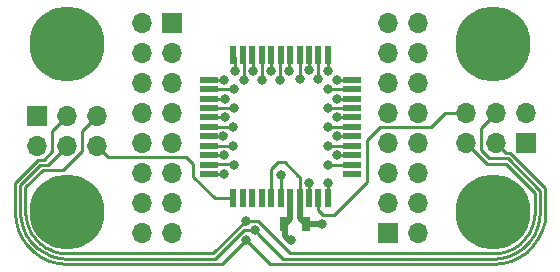
<source format=gbr>
G04 #@! TF.GenerationSoftware,KiCad,Pcbnew,(5.0.1-3-g963ef8bb5)*
G04 #@! TF.CreationDate,2019-05-10T17:58:09-07:00*
G04 #@! TF.ProjectId,NixieDriver,4E697869654472697665722E6B696361,rev?*
G04 #@! TF.SameCoordinates,Original*
G04 #@! TF.FileFunction,Copper,L1,Top,Signal*
G04 #@! TF.FilePolarity,Positive*
%FSLAX46Y46*%
G04 Gerber Fmt 4.6, Leading zero omitted, Abs format (unit mm)*
G04 Created by KiCad (PCBNEW (5.0.1-3-g963ef8bb5)) date Friday, May 10, 2019 at 05:58:09 PM*
%MOMM*%
%LPD*%
G01*
G04 APERTURE LIST*
G04 #@! TA.AperFunction,SMDPad,CuDef*
%ADD10R,0.797560X1.198880*%
G04 #@! TD*
G04 #@! TA.AperFunction,SMDPad,CuDef*
%ADD11R,0.520000X1.500000*%
G04 #@! TD*
G04 #@! TA.AperFunction,SMDPad,CuDef*
%ADD12R,1.500000X0.520000*%
G04 #@! TD*
G04 #@! TA.AperFunction,ComponentPad*
%ADD13O,1.700000X1.700000*%
G04 #@! TD*
G04 #@! TA.AperFunction,ComponentPad*
%ADD14R,1.700000X1.700000*%
G04 #@! TD*
G04 #@! TA.AperFunction,ComponentPad*
%ADD15C,6.350000*%
G04 #@! TD*
G04 #@! TA.AperFunction,ViaPad*
%ADD16C,0.800000*%
G04 #@! TD*
G04 #@! TA.AperFunction,Conductor*
%ADD17C,0.250000*%
G04 #@! TD*
G04 #@! TA.AperFunction,Conductor*
%ADD18C,0.500000*%
G04 #@! TD*
G04 APERTURE END LIST*
D10*
G04 #@! TO.P,C1,1*
G04 #@! TO.N,+12V*
X126629160Y-102108000D03*
G04 #@! TO.P,C1,2*
G04 #@! TO.N,GND*
X124830840Y-102108000D03*
G04 #@! TD*
D11*
G04 #@! TO.P,U1,1*
G04 #@! TO.N,Net-(J4-Pad11)*
X128506000Y-87854000D03*
G04 #@! TO.P,U1,2*
G04 #@! TO.N,Net-(J4-Pad12)*
X127706000Y-87854000D03*
G04 #@! TO.P,U1,3*
G04 #@! TO.N,Net-(J4-Pad13)*
X126906000Y-87854000D03*
G04 #@! TO.P,U1,4*
G04 #@! TO.N,Net-(J4-Pad14)*
X126106000Y-87854000D03*
G04 #@! TO.P,U1,5*
G04 #@! TO.N,Net-(J4-Pad15)*
X125306000Y-87854000D03*
G04 #@! TO.P,U1,6*
G04 #@! TO.N,Net-(J4-Pad16)*
X124506000Y-87854000D03*
G04 #@! TO.P,U1,7*
G04 #@! TO.N,Net-(J1-Pad1)*
X123706000Y-87854000D03*
G04 #@! TO.P,U1,8*
G04 #@! TO.N,Net-(J1-Pad2)*
X122906000Y-87854000D03*
G04 #@! TO.P,U1,9*
G04 #@! TO.N,Net-(J1-Pad3)*
X122106000Y-87854000D03*
G04 #@! TO.P,U1,10*
G04 #@! TO.N,Net-(J1-Pad4)*
X121306000Y-87854000D03*
G04 #@! TO.P,U1,11*
G04 #@! TO.N,Net-(J1-Pad5)*
X120506000Y-87854000D03*
D12*
G04 #@! TO.P,U1,12*
G04 #@! TO.N,Net-(J1-Pad6)*
X118456000Y-89904000D03*
G04 #@! TO.P,U1,13*
G04 #@! TO.N,Net-(J1-Pad7)*
X118456000Y-90704000D03*
G04 #@! TO.P,U1,14*
G04 #@! TO.N,Net-(J1-Pad8)*
X118456000Y-91504000D03*
G04 #@! TO.P,U1,15*
G04 #@! TO.N,Net-(J1-Pad9)*
X118456000Y-92304000D03*
G04 #@! TO.P,U1,16*
G04 #@! TO.N,Net-(J1-Pad10)*
X118456000Y-93104000D03*
G04 #@! TO.P,U1,17*
G04 #@! TO.N,Net-(J1-Pad11)*
X118456000Y-93904000D03*
G04 #@! TO.P,U1,18*
G04 #@! TO.N,Net-(J1-Pad12)*
X118456000Y-94704000D03*
G04 #@! TO.P,U1,19*
G04 #@! TO.N,Net-(J1-Pad13)*
X118456000Y-95504000D03*
G04 #@! TO.P,U1,20*
G04 #@! TO.N,Net-(J1-Pad14)*
X118456000Y-96304000D03*
G04 #@! TO.P,U1,21*
G04 #@! TO.N,Net-(J1-Pad15)*
X118456000Y-97104000D03*
G04 #@! TO.P,U1,22*
G04 #@! TO.N,Net-(J1-Pad16)*
X118456000Y-97904000D03*
D11*
G04 #@! TO.P,U1,23*
G04 #@! TO.N,/DO*
X120506000Y-99954000D03*
G04 #@! TO.P,U1,24*
G04 #@! TO.N,Net-(U1-Pad24)*
X121306000Y-99954000D03*
G04 #@! TO.P,U1,25*
G04 #@! TO.N,Net-(U1-Pad25)*
X122106000Y-99954000D03*
G04 #@! TO.P,U1,26*
G04 #@! TO.N,Net-(U1-Pad26)*
X122906000Y-99954000D03*
G04 #@! TO.P,U1,27*
G04 #@! TO.N,+12V*
X123706000Y-99954000D03*
G04 #@! TO.P,U1,28*
G04 #@! TO.N,/CLK*
X124506000Y-99954000D03*
G04 #@! TO.P,U1,29*
G04 #@! TO.N,GND*
X125306000Y-99954000D03*
G04 #@! TO.P,U1,30*
G04 #@! TO.N,+12V*
X126106000Y-99954000D03*
G04 #@! TO.P,U1,31*
G04 #@! TO.N,/~LE*
X126906000Y-99954000D03*
G04 #@! TO.P,U1,32*
G04 #@! TO.N,/DI*
X127706000Y-99954000D03*
G04 #@! TO.P,U1,33*
G04 #@! TO.N,/~BL*
X128506000Y-99954000D03*
D12*
G04 #@! TO.P,U1,34*
G04 #@! TO.N,Net-(U1-Pad34)*
X130556000Y-97904000D03*
G04 #@! TO.P,U1,35*
G04 #@! TO.N,Net-(J4-Pad1)*
X130556000Y-97104000D03*
G04 #@! TO.P,U1,36*
G04 #@! TO.N,Net-(J4-Pad2)*
X130556000Y-96304000D03*
G04 #@! TO.P,U1,37*
G04 #@! TO.N,Net-(J4-Pad3)*
X130556000Y-95504000D03*
G04 #@! TO.P,U1,38*
G04 #@! TO.N,Net-(J4-Pad4)*
X130556000Y-94704000D03*
G04 #@! TO.P,U1,39*
G04 #@! TO.N,Net-(J4-Pad5)*
X130556000Y-93904000D03*
G04 #@! TO.P,U1,40*
G04 #@! TO.N,Net-(J4-Pad6)*
X130556000Y-93104000D03*
G04 #@! TO.P,U1,41*
G04 #@! TO.N,Net-(J4-Pad7)*
X130556000Y-92304000D03*
G04 #@! TO.P,U1,42*
G04 #@! TO.N,Net-(J4-Pad8)*
X130556000Y-91504000D03*
G04 #@! TO.P,U1,43*
G04 #@! TO.N,Net-(J4-Pad9)*
X130556000Y-90704000D03*
G04 #@! TO.P,U1,44*
G04 #@! TO.N,Net-(J4-Pad10)*
X130556000Y-89904000D03*
G04 #@! TD*
D13*
G04 #@! TO.P,J3,6*
G04 #@! TO.N,/DI*
X140208000Y-92710000D03*
G04 #@! TO.P,J3,5*
G04 #@! TO.N,/CLK*
X140208000Y-95250000D03*
G04 #@! TO.P,J3,4*
G04 #@! TO.N,/~LE*
X142748000Y-92710000D03*
G04 #@! TO.P,J3,3*
G04 #@! TO.N,/~BL*
X142748000Y-95250000D03*
G04 #@! TO.P,J3,2*
G04 #@! TO.N,+12V*
X145288000Y-92710000D03*
D14*
G04 #@! TO.P,J3,1*
G04 #@! TO.N,GND*
X145288000Y-95250000D03*
G04 #@! TD*
G04 #@! TO.P,J2,1*
G04 #@! TO.N,GND*
X103886000Y-92964000D03*
D13*
G04 #@! TO.P,J2,2*
G04 #@! TO.N,+12V*
X103886000Y-95504000D03*
G04 #@! TO.P,J2,3*
G04 #@! TO.N,/~BL*
X106426000Y-92964000D03*
G04 #@! TO.P,J2,4*
G04 #@! TO.N,/~LE*
X106426000Y-95504000D03*
G04 #@! TO.P,J2,5*
G04 #@! TO.N,/CLK*
X108966000Y-92964000D03*
G04 #@! TO.P,J2,6*
G04 #@! TO.N,/DO*
X108966000Y-95504000D03*
G04 #@! TD*
D15*
G04 #@! TO.P,H4,P1*
G04 #@! TO.N,Net-(H4-PadP1)*
X106426000Y-101092000D03*
G04 #@! TD*
G04 #@! TO.P,H3,P1*
G04 #@! TO.N,Net-(H3-PadP1)*
X106426000Y-86868000D03*
G04 #@! TD*
G04 #@! TO.P,H2,P1*
G04 #@! TO.N,Net-(H2-PadP1)*
X142494000Y-86868000D03*
G04 #@! TD*
G04 #@! TO.P,H1,P1*
G04 #@! TO.N,Net-(H1-PadP1)*
X142494000Y-101092000D03*
G04 #@! TD*
D14*
G04 #@! TO.P,J4,1*
G04 #@! TO.N,Net-(J4-Pad1)*
X133604000Y-102870000D03*
D13*
G04 #@! TO.P,J4,2*
G04 #@! TO.N,Net-(J4-Pad2)*
X136144000Y-102870000D03*
G04 #@! TO.P,J4,3*
G04 #@! TO.N,Net-(J4-Pad3)*
X133604000Y-100330000D03*
G04 #@! TO.P,J4,4*
G04 #@! TO.N,Net-(J4-Pad4)*
X136144000Y-100330000D03*
G04 #@! TO.P,J4,5*
G04 #@! TO.N,Net-(J4-Pad5)*
X133604000Y-97790000D03*
G04 #@! TO.P,J4,6*
G04 #@! TO.N,Net-(J4-Pad6)*
X136144000Y-97790000D03*
G04 #@! TO.P,J4,7*
G04 #@! TO.N,Net-(J4-Pad7)*
X133604000Y-95250000D03*
G04 #@! TO.P,J4,8*
G04 #@! TO.N,Net-(J4-Pad8)*
X136144000Y-95250000D03*
G04 #@! TO.P,J4,9*
G04 #@! TO.N,Net-(J4-Pad9)*
X133604000Y-92710000D03*
G04 #@! TO.P,J4,10*
G04 #@! TO.N,Net-(J4-Pad10)*
X136144000Y-92710000D03*
G04 #@! TO.P,J4,11*
G04 #@! TO.N,Net-(J4-Pad11)*
X133604000Y-90170000D03*
G04 #@! TO.P,J4,12*
G04 #@! TO.N,Net-(J4-Pad12)*
X136144000Y-90170000D03*
G04 #@! TO.P,J4,13*
G04 #@! TO.N,Net-(J4-Pad13)*
X133604000Y-87630000D03*
G04 #@! TO.P,J4,14*
G04 #@! TO.N,Net-(J4-Pad14)*
X136144000Y-87630000D03*
G04 #@! TO.P,J4,15*
G04 #@! TO.N,Net-(J4-Pad15)*
X133604000Y-85090000D03*
G04 #@! TO.P,J4,16*
G04 #@! TO.N,Net-(J4-Pad16)*
X136144000Y-85090000D03*
G04 #@! TD*
D14*
G04 #@! TO.P,J1,1*
G04 #@! TO.N,Net-(J1-Pad1)*
X115316000Y-85090000D03*
D13*
G04 #@! TO.P,J1,2*
G04 #@! TO.N,Net-(J1-Pad2)*
X112776000Y-85090000D03*
G04 #@! TO.P,J1,3*
G04 #@! TO.N,Net-(J1-Pad3)*
X115316000Y-87630000D03*
G04 #@! TO.P,J1,4*
G04 #@! TO.N,Net-(J1-Pad4)*
X112776000Y-87630000D03*
G04 #@! TO.P,J1,5*
G04 #@! TO.N,Net-(J1-Pad5)*
X115316000Y-90170000D03*
G04 #@! TO.P,J1,6*
G04 #@! TO.N,Net-(J1-Pad6)*
X112776000Y-90170000D03*
G04 #@! TO.P,J1,7*
G04 #@! TO.N,Net-(J1-Pad7)*
X115316000Y-92710000D03*
G04 #@! TO.P,J1,8*
G04 #@! TO.N,Net-(J1-Pad8)*
X112776000Y-92710000D03*
G04 #@! TO.P,J1,9*
G04 #@! TO.N,Net-(J1-Pad9)*
X115316000Y-95250000D03*
G04 #@! TO.P,J1,10*
G04 #@! TO.N,Net-(J1-Pad10)*
X112776000Y-95250000D03*
G04 #@! TO.P,J1,11*
G04 #@! TO.N,Net-(J1-Pad11)*
X115316000Y-97790000D03*
G04 #@! TO.P,J1,12*
G04 #@! TO.N,Net-(J1-Pad12)*
X112776000Y-97790000D03*
G04 #@! TO.P,J1,13*
G04 #@! TO.N,Net-(J1-Pad13)*
X115316000Y-100330000D03*
G04 #@! TO.P,J1,14*
G04 #@! TO.N,Net-(J1-Pad14)*
X112776000Y-100330000D03*
G04 #@! TO.P,J1,15*
G04 #@! TO.N,Net-(J1-Pad15)*
X115316000Y-102870000D03*
G04 #@! TO.P,J1,16*
G04 #@! TO.N,Net-(J1-Pad16)*
X112776000Y-102870000D03*
G04 #@! TD*
D16*
G04 #@! TO.N,Net-(J4-Pad11)*
X128536865Y-89154865D03*
G04 #@! TO.N,Net-(J4-Pad12)*
X127706000Y-89864000D03*
G04 #@! TO.N,Net-(J4-Pad13)*
X126906000Y-89124000D03*
G04 #@! TO.N,Net-(J4-Pad14)*
X126106000Y-89864000D03*
G04 #@! TO.N,Net-(J4-Pad15)*
X125222000Y-89208000D03*
G04 #@! TO.N,Net-(J4-Pad16)*
X124460000Y-89970000D03*
G04 #@! TO.N,Net-(J1-Pad1)*
X123698000Y-89208000D03*
G04 #@! TO.N,Net-(J1-Pad2)*
X122936000Y-89970000D03*
G04 #@! TO.N,Net-(J1-Pad3)*
X122174000Y-89208000D03*
G04 #@! TO.N,Net-(J1-Pad4)*
X121412000Y-89970000D03*
G04 #@! TO.N,Net-(J1-Pad5)*
X120650000Y-89208000D03*
G04 #@! TO.N,Net-(J1-Pad6)*
X119726000Y-89904000D03*
G04 #@! TO.N,Net-(J1-Pad7)*
X120526000Y-90704000D03*
G04 #@! TO.N,Net-(J1-Pad8)*
X119802000Y-91504000D03*
G04 #@! TO.N,Net-(J1-Pad9)*
X120542000Y-92304000D03*
G04 #@! TO.N,Net-(J1-Pad10)*
X119780000Y-93104000D03*
G04 #@! TO.N,Net-(J1-Pad11)*
X120466000Y-93904000D03*
G04 #@! TO.N,Net-(J1-Pad12)*
X119666000Y-94704000D03*
G04 #@! TO.N,Net-(J1-Pad13)*
X120466000Y-95504000D03*
G04 #@! TO.N,Net-(J1-Pad14)*
X119726000Y-96302990D03*
G04 #@! TO.N,Net-(J1-Pad15)*
X120526000Y-97102990D03*
G04 #@! TO.N,Net-(J1-Pad16)*
X119726000Y-97904000D03*
G04 #@! TO.N,+12V*
X128016000Y-102108000D03*
G04 #@! TO.N,/CLK*
X124506000Y-97944000D03*
X121539000Y-101853994D03*
G04 #@! TO.N,GND*
X125423159Y-103442839D03*
G04 #@! TO.N,/~LE*
X126906000Y-98684000D03*
X122297879Y-102622199D03*
G04 #@! TO.N,/~BL*
X128506000Y-98684000D03*
X121589685Y-103465044D03*
G04 #@! TO.N,Net-(J4-Pad1)*
X128546000Y-97104000D03*
G04 #@! TO.N,Net-(J4-Pad2)*
X129286000Y-96304000D03*
G04 #@! TO.N,Net-(J4-Pad3)*
X128546000Y-95504000D03*
G04 #@! TO.N,Net-(J4-Pad4)*
X129286000Y-94704000D03*
G04 #@! TO.N,Net-(J4-Pad5)*
X128546000Y-93904000D03*
G04 #@! TO.N,Net-(J4-Pad6)*
X129286000Y-93104000D03*
G04 #@! TO.N,Net-(J4-Pad7)*
X128546000Y-92304000D03*
G04 #@! TO.N,Net-(J4-Pad8)*
X129286000Y-91504000D03*
G04 #@! TO.N,Net-(J4-Pad9)*
X128546000Y-90704000D03*
G04 #@! TO.N,Net-(J4-Pad10)*
X129286000Y-89904000D03*
G04 #@! TD*
D17*
G04 #@! TO.N,Net-(J4-Pad11)*
X128506000Y-87854000D02*
X128506000Y-89124000D01*
X128506000Y-89124000D02*
X128536865Y-89154865D01*
G04 #@! TO.N,Net-(J4-Pad12)*
X127706000Y-89864000D02*
X127706000Y-87854000D01*
G04 #@! TO.N,Net-(J4-Pad13)*
X126906000Y-89124000D02*
X126906000Y-87854000D01*
G04 #@! TO.N,Net-(J4-Pad14)*
X126106000Y-90064000D02*
X126106000Y-87854000D01*
G04 #@! TO.N,Net-(J4-Pad15)*
X125222000Y-87938000D02*
X125306000Y-87854000D01*
X125222000Y-89408000D02*
X125222000Y-87938000D01*
G04 #@! TO.N,Net-(J4-Pad16)*
X124460000Y-87900000D02*
X124506000Y-87854000D01*
X124460000Y-90170000D02*
X124460000Y-87900000D01*
G04 #@! TO.N,Net-(J1-Pad1)*
X123698000Y-87862000D02*
X123706000Y-87854000D01*
X123698000Y-89408000D02*
X123698000Y-87862000D01*
G04 #@! TO.N,Net-(J1-Pad2)*
X122936000Y-87884000D02*
X122906000Y-87854000D01*
X122936000Y-90170000D02*
X122936000Y-87884000D01*
G04 #@! TO.N,Net-(J1-Pad3)*
X122174000Y-87922000D02*
X122106000Y-87854000D01*
X122174000Y-89408000D02*
X122174000Y-87922000D01*
G04 #@! TO.N,Net-(J1-Pad4)*
X121412000Y-90170000D02*
X121412000Y-87960000D01*
X121412000Y-87960000D02*
X121306000Y-87854000D01*
G04 #@! TO.N,Net-(J1-Pad5)*
X120650000Y-89408000D02*
X120650000Y-87998000D01*
X120650000Y-87998000D02*
X120506000Y-87854000D01*
G04 #@! TO.N,Net-(J1-Pad6)*
X119926000Y-89904000D02*
X118456000Y-89904000D01*
G04 #@! TO.N,Net-(J1-Pad7)*
X120650000Y-90678000D02*
X120650000Y-90678000D01*
X120726000Y-90704000D02*
X118456000Y-90704000D01*
G04 #@! TO.N,Net-(J1-Pad8)*
X120002000Y-91504000D02*
X118456000Y-91504000D01*
X119888000Y-91440000D02*
X119888000Y-91440000D01*
G04 #@! TO.N,Net-(J1-Pad9)*
X120742000Y-92304000D02*
X118456000Y-92304000D01*
X120650000Y-92202000D02*
X120650000Y-92202000D01*
G04 #@! TO.N,Net-(J1-Pad10)*
X119980000Y-93104000D02*
X118494000Y-93104000D01*
X119888000Y-92964000D02*
X119888000Y-92964000D01*
G04 #@! TO.N,Net-(J1-Pad11)*
X120666000Y-93904000D02*
X118456000Y-93904000D01*
X120650000Y-93726000D02*
X120650000Y-93726000D01*
G04 #@! TO.N,Net-(J1-Pad12)*
X119866000Y-94704000D02*
X118456000Y-94704000D01*
X119888000Y-94488000D02*
X119888000Y-94488000D01*
G04 #@! TO.N,Net-(J1-Pad13)*
X120666000Y-95504000D02*
X118456000Y-95504000D01*
G04 #@! TO.N,Net-(J1-Pad14)*
X119926000Y-96304000D02*
X118456000Y-96304000D01*
G04 #@! TO.N,Net-(J1-Pad15)*
X118532000Y-97028000D02*
X118456000Y-97104000D01*
X120374000Y-97028000D02*
X118532000Y-97028000D01*
G04 #@! TO.N,Net-(J1-Pad16)*
X119926000Y-97904000D02*
X118456000Y-97904000D01*
G04 #@! TO.N,/DO*
X109887001Y-96425001D02*
X116491001Y-96425001D01*
X108966000Y-95504000D02*
X109887001Y-96425001D01*
X116491001Y-96425001D02*
X117094000Y-97028000D01*
X118910998Y-99954000D02*
X119996000Y-99954000D01*
X117094000Y-98137002D02*
X118910998Y-99954000D01*
X119996000Y-99954000D02*
X120506000Y-99954000D01*
X117094000Y-97028000D02*
X117094000Y-98137002D01*
D18*
G04 #@! TO.N,+12V*
X126106000Y-101635640D02*
X126106000Y-99954000D01*
X126578360Y-102108000D02*
X126106000Y-101635640D01*
X126578360Y-102108000D02*
X128016000Y-102108000D01*
X128016000Y-102108000D02*
X128016000Y-102108000D01*
D17*
X126110288Y-99949712D02*
X126106000Y-99954000D01*
X125983288Y-98044000D02*
X125984000Y-98044000D01*
X124275998Y-96901000D02*
X124840288Y-96901000D01*
X123706000Y-97470998D02*
X124275998Y-96901000D01*
X124840288Y-96901000D02*
X125983288Y-98044000D01*
X123706000Y-99954000D02*
X123706000Y-97470998D01*
X126106000Y-98166712D02*
X125983288Y-98044000D01*
X126106000Y-99954000D02*
X126106000Y-98166712D01*
G04 #@! TO.N,/CLK*
X124506000Y-97744000D02*
X124506000Y-99954000D01*
X105814592Y-104559512D02*
X106482754Y-104617968D01*
X102900032Y-99032788D02*
X102900032Y-101035255D01*
X108966000Y-92964000D02*
X107696000Y-94234000D01*
X104162730Y-103789236D02*
X104249978Y-103850328D01*
X106089979Y-97579023D02*
X104353797Y-97579023D01*
X103376719Y-102852500D02*
X103728761Y-103355267D01*
X118775032Y-104617968D02*
X121539000Y-101854000D01*
X102958483Y-101703403D02*
X103117333Y-102296242D01*
X104249978Y-103850328D02*
X104665497Y-104141276D01*
X103117333Y-102296242D02*
X103376719Y-102852500D01*
X105098695Y-104343278D02*
X105221759Y-104400664D01*
X106482754Y-104617968D02*
X118775032Y-104617968D01*
X102900032Y-101035255D02*
X102958483Y-101703403D01*
X104353797Y-97579023D02*
X102900032Y-99032788D01*
X107696000Y-95973002D02*
X106089979Y-97579023D01*
X104665497Y-104141276D02*
X104708669Y-104161407D01*
X104708669Y-104161407D02*
X104930722Y-104264952D01*
X121539000Y-101854000D02*
X121539000Y-101853994D01*
X107696000Y-94234000D02*
X107696000Y-95973002D01*
X104930722Y-104264952D02*
X104937514Y-104262688D01*
X103728761Y-103355267D02*
X104162730Y-103789236D01*
X105221759Y-104400664D02*
X105814592Y-104559512D01*
X104937514Y-104262688D02*
X105098695Y-104343278D01*
X143105411Y-104559514D02*
X142437251Y-104617968D01*
X122104685Y-101853994D02*
X121539000Y-101853994D01*
X122554994Y-101853994D02*
X122104685Y-101853994D01*
X145961513Y-101703406D02*
X145802662Y-102296250D01*
X140208000Y-95250000D02*
X141986000Y-97028000D01*
X143555180Y-97028000D02*
X146019968Y-99492788D01*
X146019968Y-99492788D02*
X146019968Y-101035249D01*
X143698247Y-104400665D02*
X143105411Y-104559514D01*
X142437251Y-104617968D02*
X125318968Y-104617968D01*
X144757264Y-103789241D02*
X144254503Y-104141277D01*
X141986000Y-97028000D02*
X143555180Y-97028000D01*
X146019968Y-101035249D02*
X146018616Y-101050697D01*
X146018616Y-101050697D02*
X145961513Y-101703406D01*
X145802662Y-102296250D02*
X145543275Y-102852505D01*
X145543275Y-102852505D02*
X145191236Y-103355269D01*
X144254503Y-104141277D02*
X143698247Y-104400665D01*
X145191236Y-103355269D02*
X144757264Y-103789241D01*
X125318968Y-104617968D02*
X122554994Y-101853994D01*
D18*
G04 #@! TO.N,GND*
X125306000Y-101683640D02*
X125306000Y-99954000D01*
X124881640Y-102108000D02*
X125306000Y-101683640D01*
X124881640Y-103107110D02*
X125217369Y-103442839D01*
X125217369Y-103442839D02*
X125423159Y-103442839D01*
X124881640Y-102108000D02*
X124881640Y-103107110D01*
D17*
G04 #@! TO.N,/~LE*
X126906000Y-98484000D02*
X126906000Y-99954000D01*
X104167397Y-97129012D02*
X102450021Y-98846388D01*
X104800988Y-97129012D02*
X104167397Y-97129012D01*
X102513617Y-101781845D02*
X102692847Y-102450743D01*
X105067250Y-104825149D02*
X105736148Y-105004378D01*
X103872368Y-104135284D02*
X104439642Y-104532491D01*
X102985508Y-103078361D02*
X103382714Y-103645630D01*
X106426000Y-95504000D02*
X104800988Y-97129012D01*
X102450021Y-98846388D02*
X102450021Y-101054887D01*
X102692847Y-102450743D02*
X102985508Y-103078361D01*
X104439642Y-104532491D02*
X105067250Y-104825149D01*
X103382714Y-103645630D02*
X103872368Y-104135284D01*
X106463107Y-105067979D02*
X118961432Y-105067979D01*
X102468633Y-101267657D02*
X102513617Y-101781845D01*
X105736148Y-105004378D02*
X106463107Y-105067979D01*
X118961432Y-105067979D02*
X121407212Y-102622199D01*
X102450021Y-101054887D02*
X102468633Y-101267657D01*
X121407212Y-102622199D02*
X121732194Y-102622199D01*
X121732194Y-102622199D02*
X122297879Y-102622199D01*
X143741579Y-96577989D02*
X146469979Y-99306389D01*
X144480365Y-104532488D02*
X143852748Y-104825151D01*
X146469979Y-99306389D02*
X146469979Y-101054893D01*
X146227149Y-102450752D02*
X145934486Y-103078367D01*
X141478000Y-95883590D02*
X142172399Y-96577989D01*
X145537283Y-103645632D02*
X145047629Y-104135286D01*
X142172399Y-96577989D02*
X143741579Y-96577989D01*
X146469979Y-101054893D02*
X146406379Y-101781851D01*
X142748000Y-92710000D02*
X141478000Y-93980000D01*
X145047629Y-104135286D02*
X144480365Y-104532488D01*
X146406379Y-101781851D02*
X146227149Y-102450752D01*
X145934486Y-103078367D02*
X145537283Y-103645632D01*
X143852748Y-104825151D02*
X143183853Y-105004380D01*
X143183853Y-105004380D02*
X142456894Y-105067979D01*
X142456894Y-105067979D02*
X124743659Y-105067979D01*
X122697878Y-103022198D02*
X122297879Y-102622199D01*
X124743659Y-105067979D02*
X122697878Y-103022198D01*
X141478000Y-93980000D02*
X141478000Y-95883590D01*
G04 #@! TO.N,/DI*
X132936999Y-93885001D02*
X131826000Y-94996000D01*
X137254999Y-93885001D02*
X132936999Y-93885001D01*
X138430000Y-92710000D02*
X137254999Y-93885001D01*
X131826000Y-94996000D02*
X131826000Y-98552000D01*
X140208000Y-92710000D02*
X138430000Y-92710000D01*
X127706000Y-100954000D02*
X127706000Y-99954000D01*
X128098000Y-101346000D02*
X127706000Y-100954000D01*
X129032000Y-101346000D02*
X128098000Y-101346000D01*
X131826000Y-98552000D02*
X129032000Y-101346000D01*
G04 #@! TO.N,/~BL*
X128506000Y-98484000D02*
X128506000Y-99954000D01*
X104450001Y-96679001D02*
X103980997Y-96679001D01*
X102000010Y-101074524D02*
X102019360Y-101295723D01*
X121189686Y-103865043D02*
X121589685Y-103465044D01*
X119536739Y-105517990D02*
X121189686Y-103865043D01*
X102068752Y-101860294D02*
X102268362Y-102605250D01*
X102268362Y-102605250D02*
X102594300Y-103304227D01*
X105156000Y-95973002D02*
X104450001Y-96679001D01*
X105156000Y-94234000D02*
X105156000Y-95973002D01*
X103582004Y-104481330D02*
X104213768Y-104923696D01*
X106443460Y-105517990D02*
X119536739Y-105517990D01*
X104213768Y-104923696D02*
X104912750Y-105249636D01*
X103980997Y-96679001D02*
X102000010Y-98659988D01*
X103036669Y-103935995D02*
X103582004Y-104481330D01*
X102000010Y-98659988D02*
X102000010Y-101074524D01*
X106426000Y-92964000D02*
X105156000Y-94234000D01*
X104912750Y-105249636D02*
X105657702Y-105449245D01*
X102594300Y-103304227D02*
X103036669Y-103935995D01*
X105657702Y-105449245D02*
X106443460Y-105517990D01*
X102019360Y-101295723D02*
X102068752Y-101860294D01*
X142476539Y-105517990D02*
X123642631Y-105517990D01*
X143262296Y-105449246D02*
X142476539Y-105517990D01*
X144007250Y-105249637D02*
X143262296Y-105449246D01*
X145883330Y-103935995D02*
X145337993Y-104481332D01*
X146325696Y-103304231D02*
X145883330Y-103935995D01*
X146651636Y-102605251D02*
X146325696Y-103304231D01*
X146851245Y-101860297D02*
X146651636Y-102605251D01*
X143899999Y-96099999D02*
X146919990Y-99119990D01*
X143597999Y-96099999D02*
X143899999Y-96099999D01*
X142748000Y-95250000D02*
X143597999Y-96099999D01*
X144706230Y-104923697D02*
X144007250Y-105249637D01*
X123642631Y-105517990D02*
X121989684Y-103865043D01*
X145337993Y-104481332D02*
X144706230Y-104923697D01*
X146919990Y-99119990D02*
X146919990Y-101074540D01*
X121989684Y-103865043D02*
X121589685Y-103465044D01*
X146919990Y-101074540D02*
X146851245Y-101860297D01*
G04 #@! TO.N,Net-(J4-Pad1)*
X128346000Y-97104000D02*
X130556000Y-97104000D01*
G04 #@! TO.N,Net-(J4-Pad2)*
X129086000Y-96304000D02*
X130556000Y-96304000D01*
G04 #@! TO.N,Net-(J4-Pad3)*
X128346000Y-95504000D02*
X130556000Y-95504000D01*
G04 #@! TO.N,Net-(J4-Pad4)*
X129286000Y-94704000D02*
X130556000Y-94704000D01*
G04 #@! TO.N,Net-(J4-Pad5)*
X128346000Y-93904000D02*
X130556000Y-93904000D01*
G04 #@! TO.N,Net-(J4-Pad6)*
X129286000Y-93104000D02*
X130556000Y-93104000D01*
G04 #@! TO.N,Net-(J4-Pad7)*
X128346000Y-92304000D02*
X130556000Y-92304000D01*
G04 #@! TO.N,Net-(J4-Pad8)*
X129086000Y-91504000D02*
X130556000Y-91504000D01*
G04 #@! TO.N,Net-(J4-Pad9)*
X128346000Y-90704000D02*
X130556000Y-90704000D01*
G04 #@! TO.N,Net-(J4-Pad10)*
X129086000Y-89904000D02*
X130556000Y-89904000D01*
G04 #@! TD*
M02*

</source>
